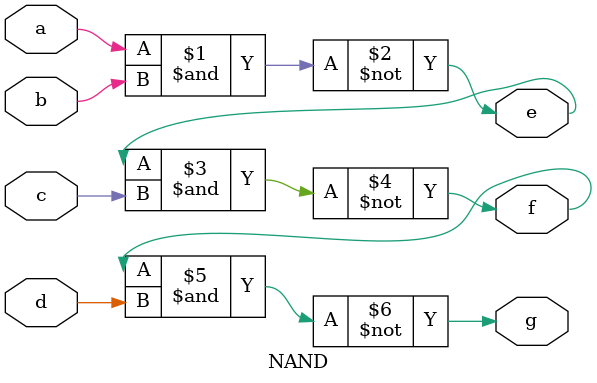
<source format=v>
`timescale 1ns / 1ps


module NAND(
    input a, b, c, d,
    output e, f, g
    );
    
    assign e = ~(a & b);
    assign f = ~(e & c);
    assign g = ~(f & d);
    
endmodule

</source>
